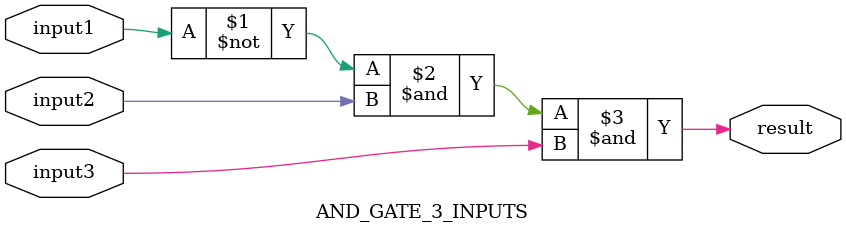
<source format=v>
module AND_GATE_3_INPUTS(	// file.cleaned.mlir:2:3
  input  input1,	// file.cleaned.mlir:2:35
         input2,	// file.cleaned.mlir:2:52
         input3,	// file.cleaned.mlir:2:69
  output result	// file.cleaned.mlir:2:87
);

  assign result = ~input1 & input2 & input3;	// file.cleaned.mlir:4:10, :5:10, :6:5
endmodule


</source>
